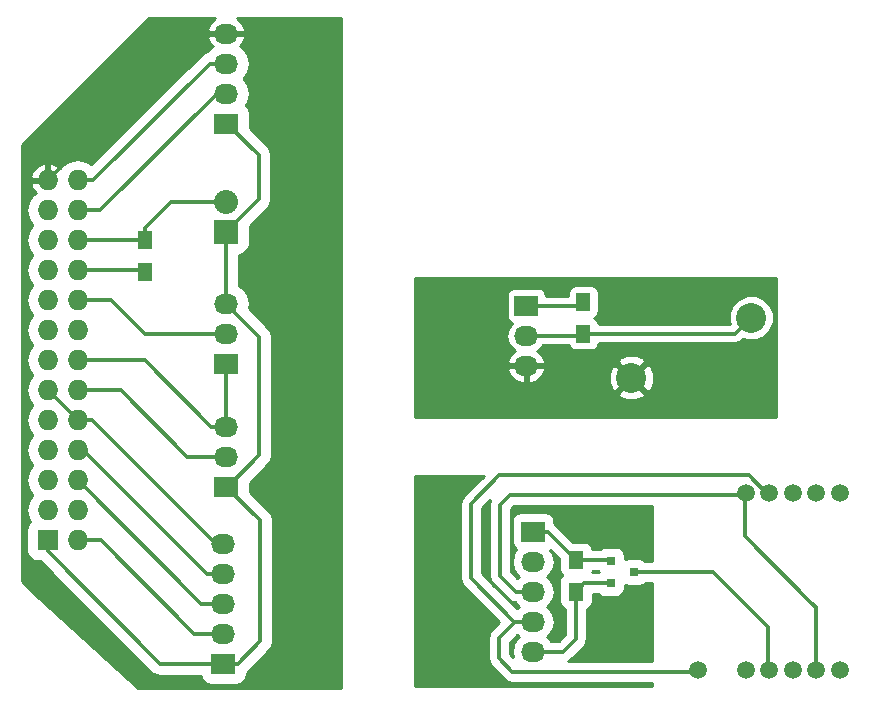
<source format=gbr>
G04 #@! TF.FileFunction,Copper,L2,Bot,Signal*
%FSLAX46Y46*%
G04 Gerber Fmt 4.6, Leading zero omitted, Abs format (unit mm)*
G04 Created by KiCad (PCBNEW 4.0.2+dfsg1-stable) date Sat 24 Dec 2016 02:51:14 PM EST*
%MOMM*%
G01*
G04 APERTURE LIST*
%ADD10C,0.100000*%
%ADD11R,2.032000X1.727200*%
%ADD12O,2.032000X1.727200*%
%ADD13R,1.727200X1.727200*%
%ADD14O,1.727200X1.727200*%
%ADD15R,0.800100X0.800100*%
%ADD16R,1.300000X1.500000*%
%ADD17C,2.540000*%
%ADD18R,2.032000X2.032000*%
%ADD19O,2.032000X2.032000*%
%ADD20C,1.500000*%
%ADD21C,0.300000*%
%ADD22C,0.254000*%
G04 APERTURE END LIST*
D10*
D11*
X126809500Y-87058500D03*
D12*
X126809500Y-84518500D03*
X126809500Y-81978500D03*
X126809500Y-79438500D03*
D11*
X126809500Y-107378500D03*
D12*
X126809500Y-104838500D03*
X126809500Y-102298500D03*
D13*
X111671100Y-122326400D03*
D14*
X114211100Y-122326400D03*
X111671100Y-119786400D03*
X114211100Y-119786400D03*
X111671100Y-117246400D03*
X114211100Y-117246400D03*
X111671100Y-114706400D03*
X114211100Y-114706400D03*
X111671100Y-112166400D03*
X114211100Y-112166400D03*
X111671100Y-109626400D03*
X114211100Y-109626400D03*
X111671100Y-107086400D03*
X114211100Y-107086400D03*
X111671100Y-104546400D03*
X114211100Y-104546400D03*
X111671100Y-102006400D03*
X114211100Y-102006400D03*
X111671100Y-99466400D03*
X114211100Y-99466400D03*
X111671100Y-96926400D03*
X114211100Y-96926400D03*
X111671100Y-94386400D03*
X114211100Y-94386400D03*
X111671100Y-91846400D03*
X114211100Y-91846400D03*
D11*
X126555500Y-132778500D03*
D12*
X126555500Y-130238500D03*
X126555500Y-127698500D03*
X126555500Y-125158500D03*
X126555500Y-122618500D03*
D11*
X126809500Y-117792500D03*
D12*
X126809500Y-115252500D03*
X126809500Y-112712500D03*
D11*
X152781000Y-121602500D03*
D12*
X152781000Y-124142500D03*
X152781000Y-126682500D03*
X152781000Y-129222500D03*
X152781000Y-131762500D03*
D11*
X152209500Y-102489000D03*
D12*
X152209500Y-105029000D03*
X152209500Y-107569000D03*
D15*
X159336740Y-125981500D03*
X159336740Y-124081500D03*
X161335720Y-125031500D03*
D16*
X156400500Y-123999000D03*
X156400500Y-126699000D03*
X157035500Y-104855000D03*
X157035500Y-102155000D03*
D17*
X171259500Y-103505000D03*
X161099500Y-108585000D03*
D16*
X119888000Y-99648000D03*
X119888000Y-96948000D03*
D18*
X126809500Y-96202500D03*
D19*
X126809500Y-93662500D03*
D20*
X178768500Y-133365500D03*
X176768500Y-133365500D03*
X174768500Y-133365500D03*
X172768500Y-133365500D03*
X170768500Y-133365500D03*
X166768500Y-133365500D03*
X178768500Y-118365500D03*
X176768500Y-118365500D03*
X174768500Y-118365500D03*
X172768500Y-118365500D03*
X170768500Y-118365500D03*
D21*
X114211100Y-122326400D02*
X116166900Y-122326400D01*
X124079000Y-130238500D02*
X126555500Y-130238500D01*
X116166900Y-122326400D02*
X124079000Y-130238500D01*
X126809500Y-96202500D02*
X126809500Y-102298500D01*
X126809500Y-117792500D02*
X126936500Y-117792500D01*
X126936500Y-117792500D02*
X129603500Y-115125500D01*
X129603500Y-115125500D02*
X129603500Y-105092500D01*
X129603500Y-105092500D02*
X126809500Y-102298500D01*
X126809500Y-87058500D02*
X126873000Y-87058500D01*
X126873000Y-87058500D02*
X129540000Y-89725500D01*
X129540000Y-89725500D02*
X129540000Y-93472000D01*
X129540000Y-93472000D02*
X126809500Y-96202500D01*
X126555500Y-132778500D02*
X127762000Y-132778500D01*
X129667000Y-120650000D02*
X126809500Y-117792500D01*
X129667000Y-130873500D02*
X129667000Y-120650000D01*
X127762000Y-132778500D02*
X129667000Y-130873500D01*
X111671100Y-122326400D02*
X111671100Y-123228100D01*
X121221500Y-132778500D02*
X126555500Y-132778500D01*
X111671100Y-123228100D02*
X121221500Y-132778500D01*
X111671100Y-122326400D02*
X111671100Y-122847100D01*
X114211100Y-117246400D02*
X114211100Y-117259100D01*
X114211100Y-117259100D02*
X124650500Y-127698500D01*
X124650500Y-127698500D02*
X126555500Y-127698500D01*
X114211100Y-112166400D02*
X115468400Y-112166400D01*
X115468400Y-112166400D02*
X125920500Y-122618500D01*
X125920500Y-122618500D02*
X126555500Y-122618500D01*
X114211100Y-112166400D02*
X114960400Y-112166400D01*
X111671100Y-109626400D02*
X114211100Y-112166400D01*
X126809500Y-79438500D02*
X124079000Y-79438500D01*
X124079000Y-79438500D02*
X111671100Y-91846400D01*
X114211100Y-109626400D02*
X117881400Y-109626400D01*
X123507500Y-115252500D02*
X126809500Y-115252500D01*
X117881400Y-109626400D02*
X123507500Y-115252500D01*
X114211100Y-109626400D02*
X114655600Y-109626400D01*
X114211100Y-109626400D02*
X114401600Y-109626400D01*
X126809500Y-84518500D02*
X125984000Y-84518500D01*
X125984000Y-84518500D02*
X116116100Y-94386400D01*
X116116100Y-94386400D02*
X114211100Y-94386400D01*
X114211100Y-91846400D02*
X115544600Y-91846400D01*
X125412500Y-81978500D02*
X126809500Y-81978500D01*
X115544600Y-91846400D02*
X125412500Y-81978500D01*
X114211100Y-91846400D02*
X114211100Y-91782900D01*
X156400500Y-126699000D02*
X156400500Y-130683000D01*
X155321000Y-131762500D02*
X152781000Y-131762500D01*
X156400500Y-130683000D02*
X155321000Y-131762500D01*
X159336740Y-125981500D02*
X157118000Y-125981500D01*
X157118000Y-125981500D02*
X156400500Y-126699000D01*
X152781000Y-126682500D02*
X151320500Y-126682500D01*
X151320500Y-126682500D02*
X149987000Y-125349000D01*
X149987000Y-125349000D02*
X149987000Y-119316500D01*
X149987000Y-119316500D02*
X150811000Y-118492500D01*
X150811000Y-118492500D02*
X170705000Y-118492500D01*
X176705000Y-133492500D02*
X176705000Y-128000500D01*
X170705000Y-122000500D02*
X170705000Y-118492500D01*
X176705000Y-128000500D02*
X176339500Y-127635000D01*
X176339500Y-127635000D02*
X170705000Y-122000500D01*
X152781000Y-129222500D02*
X151257000Y-129222500D01*
X151018500Y-133492500D02*
X166705000Y-133492500D01*
X149860000Y-132334000D02*
X151018500Y-133492500D01*
X149860000Y-130619500D02*
X149860000Y-132334000D01*
X151257000Y-129222500D02*
X149860000Y-130619500D01*
X152781000Y-129222500D02*
X151193500Y-129222500D01*
X171052500Y-116840000D02*
X172705000Y-118492500D01*
X149923500Y-116840000D02*
X171052500Y-116840000D01*
X147510500Y-119253000D02*
X149923500Y-116840000D01*
X147510500Y-125539500D02*
X147510500Y-119253000D01*
X151193500Y-129222500D02*
X147510500Y-125539500D01*
X166687500Y-133475000D02*
X166705000Y-133492500D01*
X152209500Y-102489000D02*
X156701500Y-102489000D01*
X156701500Y-102489000D02*
X157035500Y-102155000D01*
X157035500Y-104855000D02*
X169909500Y-104855000D01*
X169909500Y-104855000D02*
X171259500Y-103505000D01*
X152209500Y-105029000D02*
X156861500Y-105029000D01*
X156861500Y-105029000D02*
X157035500Y-104855000D01*
X152209500Y-107569000D02*
X160083500Y-107569000D01*
X160083500Y-107569000D02*
X161099500Y-108585000D01*
X126809500Y-104838500D02*
X119888000Y-104838500D01*
X117055900Y-102006400D02*
X114211100Y-102006400D01*
X119888000Y-104838500D02*
X117055900Y-102006400D01*
X119888000Y-96948000D02*
X119888000Y-95885000D01*
X122110500Y-93662500D02*
X126809500Y-93662500D01*
X119888000Y-95885000D02*
X122110500Y-93662500D01*
X114211100Y-96926400D02*
X119866400Y-96926400D01*
X119866400Y-96926400D02*
X119888000Y-96948000D01*
X114486700Y-97202000D02*
X114211100Y-96926400D01*
X114211100Y-96926400D02*
X114401600Y-96926400D01*
X114211100Y-96926400D02*
X114211100Y-96862900D01*
X126809500Y-107378500D02*
X126809500Y-112712500D01*
X126809500Y-107378500D02*
X127444500Y-107378500D01*
X126809500Y-112712500D02*
X125539500Y-112712500D01*
X125539500Y-112712500D02*
X119913400Y-107086400D01*
X119913400Y-107086400D02*
X114211100Y-107086400D01*
X114211100Y-99466400D02*
X119706400Y-99466400D01*
X119706400Y-99466400D02*
X119888000Y-99648000D01*
X114211100Y-114706400D02*
X114706400Y-114706400D01*
X114706400Y-114706400D02*
X125158500Y-125158500D01*
X125158500Y-125158500D02*
X126555500Y-125158500D01*
X172705000Y-133492500D02*
X172705000Y-129715500D01*
X172705000Y-129715500D02*
X168021000Y-125031500D01*
X168021000Y-125031500D02*
X161335720Y-125031500D01*
X156400500Y-123999000D02*
X159254240Y-123999000D01*
X159254240Y-123999000D02*
X159336740Y-124081500D01*
X152781000Y-121602500D02*
X154004000Y-121602500D01*
X154004000Y-121602500D02*
X156400500Y-123999000D01*
D22*
G36*
X173343500Y-100151000D02*
X142759500Y-100151000D01*
X142759500Y-105029000D01*
X150526155Y-105029000D01*
X150640229Y-104455511D01*
X150965085Y-103969330D01*
X150979413Y-103959757D01*
X150958183Y-103955762D01*
X150742059Y-103816690D01*
X150597069Y-103604490D01*
X150546060Y-103352600D01*
X150546060Y-101625400D01*
X150590338Y-101390083D01*
X150729410Y-101173959D01*
X150941610Y-101028969D01*
X151193500Y-100977960D01*
X153225500Y-100977960D01*
X153460817Y-101022238D01*
X153676941Y-101161310D01*
X153821931Y-101373510D01*
X153872940Y-101625400D01*
X153872940Y-101704000D01*
X155738060Y-101704000D01*
X155738060Y-101405000D01*
X155782338Y-101169683D01*
X155921410Y-100953559D01*
X156133610Y-100808569D01*
X156385500Y-100757560D01*
X157685500Y-100757560D01*
X157920817Y-100801838D01*
X158136941Y-100940910D01*
X158281931Y-101153110D01*
X158332940Y-101405000D01*
X158332940Y-102905000D01*
X158288662Y-103140317D01*
X158149590Y-103356441D01*
X157937390Y-103501431D01*
X157924303Y-103504081D01*
X158136941Y-103640910D01*
X158281931Y-103853110D01*
X158325852Y-104070000D01*
X169431405Y-104070000D01*
X169354832Y-103885590D01*
X169354170Y-103127735D01*
X169643578Y-102427314D01*
X170178995Y-101890961D01*
X170878910Y-101600332D01*
X171636765Y-101599670D01*
X172337186Y-101889078D01*
X172873539Y-102424495D01*
X173164168Y-103124410D01*
X173164830Y-103882265D01*
X172875422Y-104582686D01*
X172340005Y-105119039D01*
X171640090Y-105409668D01*
X170882235Y-105410330D01*
X170586516Y-105288142D01*
X170464579Y-105410079D01*
X170209907Y-105580245D01*
X169909500Y-105640000D01*
X158326354Y-105640000D01*
X158288662Y-105840317D01*
X158149590Y-106056441D01*
X157937390Y-106201431D01*
X157685500Y-106252440D01*
X156385500Y-106252440D01*
X156150183Y-106208162D01*
X155934059Y-106069090D01*
X155789069Y-105856890D01*
X155780384Y-105814000D01*
X153637444Y-105814000D01*
X153453915Y-106088670D01*
X153144431Y-106295461D01*
X153560232Y-106666964D01*
X153814209Y-107194209D01*
X153816858Y-107209974D01*
X153802632Y-107237223D01*
X159931328Y-107237223D01*
X160063020Y-106942343D01*
X160770536Y-106670739D01*
X161528132Y-106690564D01*
X162135980Y-106942343D01*
X162267672Y-107237223D01*
X161099500Y-108405395D01*
X159931328Y-107237223D01*
X153802632Y-107237223D01*
X153695717Y-107442000D01*
X152336500Y-107442000D01*
X152336500Y-107422000D01*
X152082500Y-107422000D01*
X152082500Y-107442000D01*
X150723283Y-107442000D01*
X150602142Y-107209974D01*
X150604791Y-107194209D01*
X150858768Y-106666964D01*
X151274569Y-106295461D01*
X150965085Y-106088670D01*
X150640229Y-105602489D01*
X150526155Y-105029000D01*
X142759500Y-105029000D01*
X142759500Y-107928026D01*
X150602142Y-107928026D01*
X150723283Y-107696000D01*
X152082500Y-107696000D01*
X152082500Y-108909924D01*
X152336500Y-108909924D01*
X152336500Y-107696000D01*
X153695717Y-107696000D01*
X153816858Y-107928026D01*
X153814209Y-107943791D01*
X153560232Y-108471036D01*
X153123820Y-108860954D01*
X152972275Y-108913964D01*
X159185239Y-108913964D01*
X159205064Y-108156368D01*
X159456843Y-107548520D01*
X159751723Y-107416828D01*
X160919895Y-108585000D01*
X161279105Y-108585000D01*
X162447277Y-107416828D01*
X162742157Y-107548520D01*
X163013761Y-108256036D01*
X162993936Y-109013632D01*
X162742157Y-109621480D01*
X162447277Y-109753172D01*
X161279105Y-108585000D01*
X160919895Y-108585000D01*
X159751723Y-109753172D01*
X159456843Y-109621480D01*
X159185239Y-108913964D01*
X152972275Y-108913964D01*
X152571413Y-109054184D01*
X152336500Y-108909924D01*
X152082500Y-108909924D01*
X151847587Y-109054184D01*
X151295180Y-108860954D01*
X150858768Y-108471036D01*
X150604791Y-107943791D01*
X150602142Y-107928026D01*
X142759500Y-107928026D01*
X142759500Y-109932777D01*
X159931328Y-109932777D01*
X161099500Y-108764605D01*
X162267672Y-109932777D01*
X162135980Y-110227657D01*
X161428464Y-110499261D01*
X160670868Y-110479436D01*
X160063020Y-110227657D01*
X159931328Y-109932777D01*
X142759500Y-109932777D01*
X142759500Y-111939000D01*
X173343500Y-111939000D01*
X173343500Y-100151000D01*
X173343500Y-100151000D01*
G37*
X173343500Y-100151000D02*
X142759500Y-100151000D01*
X142759500Y-105029000D01*
X150526155Y-105029000D01*
X150640229Y-104455511D01*
X150965085Y-103969330D01*
X150979413Y-103959757D01*
X150958183Y-103955762D01*
X150742059Y-103816690D01*
X150597069Y-103604490D01*
X150546060Y-103352600D01*
X150546060Y-101625400D01*
X150590338Y-101390083D01*
X150729410Y-101173959D01*
X150941610Y-101028969D01*
X151193500Y-100977960D01*
X153225500Y-100977960D01*
X153460817Y-101022238D01*
X153676941Y-101161310D01*
X153821931Y-101373510D01*
X153872940Y-101625400D01*
X153872940Y-101704000D01*
X155738060Y-101704000D01*
X155738060Y-101405000D01*
X155782338Y-101169683D01*
X155921410Y-100953559D01*
X156133610Y-100808569D01*
X156385500Y-100757560D01*
X157685500Y-100757560D01*
X157920817Y-100801838D01*
X158136941Y-100940910D01*
X158281931Y-101153110D01*
X158332940Y-101405000D01*
X158332940Y-102905000D01*
X158288662Y-103140317D01*
X158149590Y-103356441D01*
X157937390Y-103501431D01*
X157924303Y-103504081D01*
X158136941Y-103640910D01*
X158281931Y-103853110D01*
X158325852Y-104070000D01*
X169431405Y-104070000D01*
X169354832Y-103885590D01*
X169354170Y-103127735D01*
X169643578Y-102427314D01*
X170178995Y-101890961D01*
X170878910Y-101600332D01*
X171636765Y-101599670D01*
X172337186Y-101889078D01*
X172873539Y-102424495D01*
X173164168Y-103124410D01*
X173164830Y-103882265D01*
X172875422Y-104582686D01*
X172340005Y-105119039D01*
X171640090Y-105409668D01*
X170882235Y-105410330D01*
X170586516Y-105288142D01*
X170464579Y-105410079D01*
X170209907Y-105580245D01*
X169909500Y-105640000D01*
X158326354Y-105640000D01*
X158288662Y-105840317D01*
X158149590Y-106056441D01*
X157937390Y-106201431D01*
X157685500Y-106252440D01*
X156385500Y-106252440D01*
X156150183Y-106208162D01*
X155934059Y-106069090D01*
X155789069Y-105856890D01*
X155780384Y-105814000D01*
X153637444Y-105814000D01*
X153453915Y-106088670D01*
X153144431Y-106295461D01*
X153560232Y-106666964D01*
X153814209Y-107194209D01*
X153816858Y-107209974D01*
X153802632Y-107237223D01*
X159931328Y-107237223D01*
X160063020Y-106942343D01*
X160770536Y-106670739D01*
X161528132Y-106690564D01*
X162135980Y-106942343D01*
X162267672Y-107237223D01*
X161099500Y-108405395D01*
X159931328Y-107237223D01*
X153802632Y-107237223D01*
X153695717Y-107442000D01*
X152336500Y-107442000D01*
X152336500Y-107422000D01*
X152082500Y-107422000D01*
X152082500Y-107442000D01*
X150723283Y-107442000D01*
X150602142Y-107209974D01*
X150604791Y-107194209D01*
X150858768Y-106666964D01*
X151274569Y-106295461D01*
X150965085Y-106088670D01*
X150640229Y-105602489D01*
X150526155Y-105029000D01*
X142759500Y-105029000D01*
X142759500Y-107928026D01*
X150602142Y-107928026D01*
X150723283Y-107696000D01*
X152082500Y-107696000D01*
X152082500Y-108909924D01*
X152336500Y-108909924D01*
X152336500Y-107696000D01*
X153695717Y-107696000D01*
X153816858Y-107928026D01*
X153814209Y-107943791D01*
X153560232Y-108471036D01*
X153123820Y-108860954D01*
X152972275Y-108913964D01*
X159185239Y-108913964D01*
X159205064Y-108156368D01*
X159456843Y-107548520D01*
X159751723Y-107416828D01*
X160919895Y-108585000D01*
X161279105Y-108585000D01*
X162447277Y-107416828D01*
X162742157Y-107548520D01*
X163013761Y-108256036D01*
X162993936Y-109013632D01*
X162742157Y-109621480D01*
X162447277Y-109753172D01*
X161279105Y-108585000D01*
X160919895Y-108585000D01*
X159751723Y-109753172D01*
X159456843Y-109621480D01*
X159185239Y-108913964D01*
X152972275Y-108913964D01*
X152571413Y-109054184D01*
X152336500Y-108909924D01*
X152082500Y-108909924D01*
X151847587Y-109054184D01*
X151295180Y-108860954D01*
X150858768Y-108471036D01*
X150604791Y-107943791D01*
X150602142Y-107928026D01*
X142759500Y-107928026D01*
X142759500Y-109932777D01*
X159931328Y-109932777D01*
X161099500Y-108764605D01*
X162267672Y-109932777D01*
X162135980Y-110227657D01*
X161428464Y-110499261D01*
X160670868Y-110479436D01*
X160063020Y-110227657D01*
X159931328Y-109932777D01*
X142759500Y-109932777D01*
X142759500Y-111939000D01*
X173343500Y-111939000D01*
X173343500Y-100151000D01*
G36*
X136475500Y-78154500D02*
X127732722Y-78154500D01*
X128160232Y-78536464D01*
X128414209Y-79063709D01*
X128416858Y-79079474D01*
X128295717Y-79311500D01*
X126936500Y-79311500D01*
X126936500Y-79291500D01*
X126682500Y-79291500D01*
X126682500Y-79311500D01*
X125323283Y-79311500D01*
X125202142Y-79079474D01*
X125204791Y-79063709D01*
X125458768Y-78536464D01*
X125886278Y-78154500D01*
X120239542Y-78154500D01*
X109579987Y-88814055D01*
X109523500Y-88875194D01*
X109523500Y-91487374D01*
X110216142Y-91487374D01*
X110388412Y-91071453D01*
X110782610Y-90639579D01*
X111312073Y-90391432D01*
X111544100Y-90511931D01*
X111544100Y-91719400D01*
X110337283Y-91719400D01*
X110216142Y-91487374D01*
X109523500Y-91487374D01*
X109523500Y-119786400D01*
X109845420Y-119786400D01*
X109981721Y-119101167D01*
X110369875Y-118520255D01*
X110375644Y-118516400D01*
X110369875Y-118512545D01*
X109981721Y-117931633D01*
X109845420Y-117246400D01*
X109981721Y-116561167D01*
X110369875Y-115980255D01*
X110375644Y-115976400D01*
X110369875Y-115972545D01*
X109981721Y-115391633D01*
X109845420Y-114706400D01*
X109981721Y-114021167D01*
X110369875Y-113440255D01*
X110375644Y-113436400D01*
X110369875Y-113432545D01*
X109981721Y-112851633D01*
X109845420Y-112166400D01*
X109981721Y-111481167D01*
X110369875Y-110900255D01*
X110375644Y-110896400D01*
X110369875Y-110892545D01*
X109981721Y-110311633D01*
X109845420Y-109626400D01*
X109981721Y-108941167D01*
X110369875Y-108360255D01*
X110375644Y-108356400D01*
X110369875Y-108352545D01*
X109981721Y-107771633D01*
X109845420Y-107086400D01*
X109981721Y-106401167D01*
X110369875Y-105820255D01*
X110375644Y-105816400D01*
X110369875Y-105812545D01*
X109981721Y-105231633D01*
X109845420Y-104546400D01*
X109981721Y-103861167D01*
X110369875Y-103280255D01*
X110375644Y-103276400D01*
X110369875Y-103272545D01*
X109981721Y-102691633D01*
X109845420Y-102006400D01*
X109981721Y-101321167D01*
X110369875Y-100740255D01*
X110375644Y-100736400D01*
X110369875Y-100732545D01*
X109981721Y-100151633D01*
X109845420Y-99466400D01*
X109981721Y-98781167D01*
X110369875Y-98200255D01*
X110375644Y-98196400D01*
X110369875Y-98192545D01*
X109981721Y-97611633D01*
X109845420Y-96926400D01*
X109981721Y-96241167D01*
X110369875Y-95660255D01*
X110375644Y-95656400D01*
X110369875Y-95652545D01*
X109981721Y-95071633D01*
X109845420Y-94386400D01*
X109981721Y-93701167D01*
X110369875Y-93120255D01*
X110664256Y-92923555D01*
X110388412Y-92621347D01*
X110216142Y-92205426D01*
X110337283Y-91973400D01*
X111544100Y-91973400D01*
X111544100Y-91993400D01*
X111798100Y-91993400D01*
X111798100Y-91973400D01*
X111818100Y-91973400D01*
X111818100Y-91719400D01*
X111798100Y-91719400D01*
X111798100Y-90511931D01*
X112030127Y-90391432D01*
X112559590Y-90639579D01*
X112738942Y-90836073D01*
X112909875Y-90580255D01*
X113490787Y-90192101D01*
X114176020Y-90055800D01*
X114246180Y-90055800D01*
X114931413Y-90192101D01*
X115377635Y-90490257D01*
X124650946Y-81216946D01*
X125000350Y-80983482D01*
X125197996Y-80944168D01*
X125352889Y-80712355D01*
X125651560Y-80512789D01*
X125458768Y-80340536D01*
X125204791Y-79813291D01*
X125202142Y-79797526D01*
X125323283Y-79565500D01*
X126682500Y-79565500D01*
X126682500Y-79585500D01*
X126936500Y-79585500D01*
X126936500Y-79565500D01*
X128295717Y-79565500D01*
X128416858Y-79797526D01*
X128414209Y-79813291D01*
X128160232Y-80340536D01*
X127967440Y-80512789D01*
X128266111Y-80712355D01*
X128654265Y-81293267D01*
X128790566Y-81978500D01*
X128654265Y-82663733D01*
X128266111Y-83244645D01*
X128260342Y-83248500D01*
X128266111Y-83252355D01*
X128654265Y-83833267D01*
X128790566Y-84518500D01*
X128654265Y-85203733D01*
X128456662Y-85499466D01*
X128484533Y-85517401D01*
X128696196Y-85827179D01*
X128770661Y-86194900D01*
X128770661Y-87433053D01*
X130301554Y-88963946D01*
X130535018Y-89313350D01*
X130617000Y-89725500D01*
X130617000Y-93472000D01*
X130535018Y-93884150D01*
X130301554Y-94233554D01*
X128770661Y-95764447D01*
X128770661Y-97218500D01*
X128706022Y-97562026D01*
X128502999Y-97877533D01*
X128193221Y-98089196D01*
X127886500Y-98151308D01*
X127886500Y-100778706D01*
X128266111Y-101032355D01*
X128654265Y-101613267D01*
X128790566Y-102298500D01*
X128714586Y-102680478D01*
X130365054Y-104330946D01*
X130598518Y-104680350D01*
X130680500Y-105092500D01*
X130680500Y-115125500D01*
X130598518Y-115537650D01*
X130365054Y-115887054D01*
X128770661Y-117481447D01*
X128770661Y-118230553D01*
X130428554Y-119888446D01*
X130662018Y-120237850D01*
X130744000Y-120650000D01*
X130744000Y-130873500D01*
X130662018Y-131285650D01*
X130428554Y-131635054D01*
X128523554Y-133540054D01*
X128516661Y-133544660D01*
X128516661Y-133642100D01*
X128452022Y-133985626D01*
X128248999Y-134301133D01*
X127939221Y-134512796D01*
X127571500Y-134587261D01*
X125539500Y-134587261D01*
X125195974Y-134522622D01*
X124880467Y-134319599D01*
X124668804Y-134009821D01*
X124637553Y-133855500D01*
X121221500Y-133855500D01*
X120809350Y-133773518D01*
X120459946Y-133540054D01*
X111055053Y-124135161D01*
X110807500Y-124135161D01*
X110463974Y-124070522D01*
X110148467Y-123867499D01*
X109936804Y-123557721D01*
X109862339Y-123190000D01*
X109862339Y-121462800D01*
X109926978Y-121119274D01*
X110130001Y-120803767D01*
X110180563Y-120769220D01*
X109981721Y-120471633D01*
X109845420Y-119786400D01*
X109523500Y-119786400D01*
X109523500Y-125822958D01*
X110858662Y-127158120D01*
X119321549Y-134824500D01*
X136475500Y-134824500D01*
X136475500Y-78154500D01*
X136475500Y-78154500D01*
G37*
X136475500Y-78154500D02*
X127732722Y-78154500D01*
X128160232Y-78536464D01*
X128414209Y-79063709D01*
X128416858Y-79079474D01*
X128295717Y-79311500D01*
X126936500Y-79311500D01*
X126936500Y-79291500D01*
X126682500Y-79291500D01*
X126682500Y-79311500D01*
X125323283Y-79311500D01*
X125202142Y-79079474D01*
X125204791Y-79063709D01*
X125458768Y-78536464D01*
X125886278Y-78154500D01*
X120239542Y-78154500D01*
X109579987Y-88814055D01*
X109523500Y-88875194D01*
X109523500Y-91487374D01*
X110216142Y-91487374D01*
X110388412Y-91071453D01*
X110782610Y-90639579D01*
X111312073Y-90391432D01*
X111544100Y-90511931D01*
X111544100Y-91719400D01*
X110337283Y-91719400D01*
X110216142Y-91487374D01*
X109523500Y-91487374D01*
X109523500Y-119786400D01*
X109845420Y-119786400D01*
X109981721Y-119101167D01*
X110369875Y-118520255D01*
X110375644Y-118516400D01*
X110369875Y-118512545D01*
X109981721Y-117931633D01*
X109845420Y-117246400D01*
X109981721Y-116561167D01*
X110369875Y-115980255D01*
X110375644Y-115976400D01*
X110369875Y-115972545D01*
X109981721Y-115391633D01*
X109845420Y-114706400D01*
X109981721Y-114021167D01*
X110369875Y-113440255D01*
X110375644Y-113436400D01*
X110369875Y-113432545D01*
X109981721Y-112851633D01*
X109845420Y-112166400D01*
X109981721Y-111481167D01*
X110369875Y-110900255D01*
X110375644Y-110896400D01*
X110369875Y-110892545D01*
X109981721Y-110311633D01*
X109845420Y-109626400D01*
X109981721Y-108941167D01*
X110369875Y-108360255D01*
X110375644Y-108356400D01*
X110369875Y-108352545D01*
X109981721Y-107771633D01*
X109845420Y-107086400D01*
X109981721Y-106401167D01*
X110369875Y-105820255D01*
X110375644Y-105816400D01*
X110369875Y-105812545D01*
X109981721Y-105231633D01*
X109845420Y-104546400D01*
X109981721Y-103861167D01*
X110369875Y-103280255D01*
X110375644Y-103276400D01*
X110369875Y-103272545D01*
X109981721Y-102691633D01*
X109845420Y-102006400D01*
X109981721Y-101321167D01*
X110369875Y-100740255D01*
X110375644Y-100736400D01*
X110369875Y-100732545D01*
X109981721Y-100151633D01*
X109845420Y-99466400D01*
X109981721Y-98781167D01*
X110369875Y-98200255D01*
X110375644Y-98196400D01*
X110369875Y-98192545D01*
X109981721Y-97611633D01*
X109845420Y-96926400D01*
X109981721Y-96241167D01*
X110369875Y-95660255D01*
X110375644Y-95656400D01*
X110369875Y-95652545D01*
X109981721Y-95071633D01*
X109845420Y-94386400D01*
X109981721Y-93701167D01*
X110369875Y-93120255D01*
X110664256Y-92923555D01*
X110388412Y-92621347D01*
X110216142Y-92205426D01*
X110337283Y-91973400D01*
X111544100Y-91973400D01*
X111544100Y-91993400D01*
X111798100Y-91993400D01*
X111798100Y-91973400D01*
X111818100Y-91973400D01*
X111818100Y-91719400D01*
X111798100Y-91719400D01*
X111798100Y-90511931D01*
X112030127Y-90391432D01*
X112559590Y-90639579D01*
X112738942Y-90836073D01*
X112909875Y-90580255D01*
X113490787Y-90192101D01*
X114176020Y-90055800D01*
X114246180Y-90055800D01*
X114931413Y-90192101D01*
X115377635Y-90490257D01*
X124650946Y-81216946D01*
X125000350Y-80983482D01*
X125197996Y-80944168D01*
X125352889Y-80712355D01*
X125651560Y-80512789D01*
X125458768Y-80340536D01*
X125204791Y-79813291D01*
X125202142Y-79797526D01*
X125323283Y-79565500D01*
X126682500Y-79565500D01*
X126682500Y-79585500D01*
X126936500Y-79585500D01*
X126936500Y-79565500D01*
X128295717Y-79565500D01*
X128416858Y-79797526D01*
X128414209Y-79813291D01*
X128160232Y-80340536D01*
X127967440Y-80512789D01*
X128266111Y-80712355D01*
X128654265Y-81293267D01*
X128790566Y-81978500D01*
X128654265Y-82663733D01*
X128266111Y-83244645D01*
X128260342Y-83248500D01*
X128266111Y-83252355D01*
X128654265Y-83833267D01*
X128790566Y-84518500D01*
X128654265Y-85203733D01*
X128456662Y-85499466D01*
X128484533Y-85517401D01*
X128696196Y-85827179D01*
X128770661Y-86194900D01*
X128770661Y-87433053D01*
X130301554Y-88963946D01*
X130535018Y-89313350D01*
X130617000Y-89725500D01*
X130617000Y-93472000D01*
X130535018Y-93884150D01*
X130301554Y-94233554D01*
X128770661Y-95764447D01*
X128770661Y-97218500D01*
X128706022Y-97562026D01*
X128502999Y-97877533D01*
X128193221Y-98089196D01*
X127886500Y-98151308D01*
X127886500Y-100778706D01*
X128266111Y-101032355D01*
X128654265Y-101613267D01*
X128790566Y-102298500D01*
X128714586Y-102680478D01*
X130365054Y-104330946D01*
X130598518Y-104680350D01*
X130680500Y-105092500D01*
X130680500Y-115125500D01*
X130598518Y-115537650D01*
X130365054Y-115887054D01*
X128770661Y-117481447D01*
X128770661Y-118230553D01*
X130428554Y-119888446D01*
X130662018Y-120237850D01*
X130744000Y-120650000D01*
X130744000Y-130873500D01*
X130662018Y-131285650D01*
X130428554Y-131635054D01*
X128523554Y-133540054D01*
X128516661Y-133544660D01*
X128516661Y-133642100D01*
X128452022Y-133985626D01*
X128248999Y-134301133D01*
X127939221Y-134512796D01*
X127571500Y-134587261D01*
X125539500Y-134587261D01*
X125195974Y-134522622D01*
X124880467Y-134319599D01*
X124668804Y-134009821D01*
X124637553Y-133855500D01*
X121221500Y-133855500D01*
X120809350Y-133773518D01*
X120459946Y-133540054D01*
X111055053Y-124135161D01*
X110807500Y-124135161D01*
X110463974Y-124070522D01*
X110148467Y-123867499D01*
X109936804Y-123557721D01*
X109862339Y-123190000D01*
X109862339Y-121462800D01*
X109926978Y-121119274D01*
X110130001Y-120803767D01*
X110180563Y-120769220D01*
X109981721Y-120471633D01*
X109845420Y-119786400D01*
X109523500Y-119786400D01*
X109523500Y-125822958D01*
X110858662Y-127158120D01*
X119321549Y-134824500D01*
X136475500Y-134824500D01*
X136475500Y-78154500D01*
G36*
X162814000Y-134419500D02*
X151018500Y-134419500D01*
X150663752Y-134348936D01*
X150366554Y-134150355D01*
X150363012Y-134147988D01*
X149204512Y-132989488D01*
X149003564Y-132688748D01*
X148933000Y-132334000D01*
X148933000Y-130619500D01*
X149003564Y-130264752D01*
X149162083Y-130027512D01*
X149204512Y-129964012D01*
X149914274Y-129254250D01*
X146855012Y-126194988D01*
X146654064Y-125894248D01*
X146583500Y-125539500D01*
X146583500Y-119253000D01*
X146654064Y-118898252D01*
X146812583Y-118661012D01*
X146855012Y-118597512D01*
X148586024Y-116866500D01*
X142748000Y-116866500D01*
X142748000Y-134720500D01*
X162814000Y-134720500D01*
X162814000Y-134419500D01*
X162814000Y-134419500D01*
G37*
X162814000Y-134419500D02*
X151018500Y-134419500D01*
X150663752Y-134348936D01*
X150366554Y-134150355D01*
X150363012Y-134147988D01*
X149204512Y-132989488D01*
X149003564Y-132688748D01*
X148933000Y-132334000D01*
X148933000Y-130619500D01*
X149003564Y-130264752D01*
X149162083Y-130027512D01*
X149204512Y-129964012D01*
X149914274Y-129254250D01*
X146855012Y-126194988D01*
X146654064Y-125894248D01*
X146583500Y-125539500D01*
X146583500Y-119253000D01*
X146654064Y-118898252D01*
X146812583Y-118661012D01*
X146855012Y-118597512D01*
X148586024Y-116866500D01*
X142748000Y-116866500D01*
X142748000Y-134720500D01*
X162814000Y-134720500D01*
X162814000Y-134419500D01*
G36*
X151433394Y-128062421D02*
X151597902Y-127952500D01*
X151433394Y-127842579D01*
X151271088Y-127599671D01*
X150965753Y-127538937D01*
X150665012Y-127337988D01*
X149331512Y-126004488D01*
X149130564Y-125703748D01*
X149060000Y-125349000D01*
X149060000Y-119316500D01*
X149130564Y-118961752D01*
X149166488Y-118907988D01*
X148437500Y-119636976D01*
X148437500Y-125155524D01*
X151397747Y-128115771D01*
X151433394Y-128062421D01*
X151433394Y-128062421D01*
G37*
X151433394Y-128062421D02*
X151597902Y-127952500D01*
X151433394Y-127842579D01*
X151271088Y-127599671D01*
X150965753Y-127538937D01*
X150665012Y-127337988D01*
X149331512Y-126004488D01*
X149130564Y-125703748D01*
X149060000Y-125349000D01*
X149060000Y-119316500D01*
X149130564Y-118961752D01*
X149166488Y-118907988D01*
X148437500Y-119636976D01*
X148437500Y-125155524D01*
X151397747Y-128115771D01*
X151433394Y-128062421D01*
G36*
X151597902Y-125412500D02*
X151433394Y-125302579D01*
X151077756Y-124770330D01*
X150952873Y-124142500D01*
X151077756Y-123514670D01*
X151342920Y-123117825D01*
X151212607Y-123033971D01*
X151035194Y-122774319D01*
X150972778Y-122466100D01*
X150972778Y-120738900D01*
X151026957Y-120450961D01*
X151197129Y-120186507D01*
X151456781Y-120009094D01*
X151765000Y-119946678D01*
X153797000Y-119946678D01*
X154084939Y-120000857D01*
X154349393Y-120171029D01*
X154526806Y-120430681D01*
X154589222Y-120738900D01*
X154589222Y-120900062D01*
X154659488Y-120947012D01*
X156169254Y-122456778D01*
X157050500Y-122456778D01*
X157338439Y-122510957D01*
X157602893Y-122681129D01*
X157780306Y-122940781D01*
X157806879Y-123072000D01*
X158452325Y-123072000D01*
X158628471Y-122951644D01*
X158936690Y-122889228D01*
X159736790Y-122889228D01*
X160024729Y-122943407D01*
X160289183Y-123113579D01*
X160466596Y-123373231D01*
X160529012Y-123681450D01*
X160529012Y-123968905D01*
X160627451Y-123901644D01*
X160935670Y-123839228D01*
X161735770Y-123839228D01*
X162023709Y-123893407D01*
X162288163Y-124063579D01*
X162316123Y-124104500D01*
X162814000Y-124104500D01*
X162814000Y-119419500D01*
X151194976Y-119419500D01*
X150914000Y-119700476D01*
X150914000Y-124965024D01*
X151456175Y-125507199D01*
X151597902Y-125412500D01*
X151597902Y-125412500D01*
G37*
X151597902Y-125412500D02*
X151433394Y-125302579D01*
X151077756Y-124770330D01*
X150952873Y-124142500D01*
X151077756Y-123514670D01*
X151342920Y-123117825D01*
X151212607Y-123033971D01*
X151035194Y-122774319D01*
X150972778Y-122466100D01*
X150972778Y-120738900D01*
X151026957Y-120450961D01*
X151197129Y-120186507D01*
X151456781Y-120009094D01*
X151765000Y-119946678D01*
X153797000Y-119946678D01*
X154084939Y-120000857D01*
X154349393Y-120171029D01*
X154526806Y-120430681D01*
X154589222Y-120738900D01*
X154589222Y-120900062D01*
X154659488Y-120947012D01*
X156169254Y-122456778D01*
X157050500Y-122456778D01*
X157338439Y-122510957D01*
X157602893Y-122681129D01*
X157780306Y-122940781D01*
X157806879Y-123072000D01*
X158452325Y-123072000D01*
X158628471Y-122951644D01*
X158936690Y-122889228D01*
X159736790Y-122889228D01*
X160024729Y-122943407D01*
X160289183Y-123113579D01*
X160466596Y-123373231D01*
X160529012Y-123681450D01*
X160529012Y-123968905D01*
X160627451Y-123901644D01*
X160935670Y-123839228D01*
X161735770Y-123839228D01*
X162023709Y-123893407D01*
X162288163Y-124063579D01*
X162316123Y-124104500D01*
X162814000Y-124104500D01*
X162814000Y-119419500D01*
X151194976Y-119419500D01*
X150914000Y-119700476D01*
X150914000Y-124965024D01*
X151456175Y-125507199D01*
X151597902Y-125412500D01*
G36*
X155473500Y-130299024D02*
X155473500Y-128189101D01*
X155462561Y-128187043D01*
X155198107Y-128016871D01*
X155020694Y-127757219D01*
X154958278Y-127449000D01*
X154958278Y-125949000D01*
X155012457Y-125661061D01*
X155182629Y-125396607D01*
X155250234Y-125350414D01*
X155198107Y-125316871D01*
X155020694Y-125057219D01*
X154958278Y-124749000D01*
X154958278Y-123867754D01*
X154240689Y-123150165D01*
X154484244Y-123514670D01*
X154609127Y-124142500D01*
X154484244Y-124770330D01*
X154128606Y-125302579D01*
X153964098Y-125412500D01*
X154128606Y-125522421D01*
X154484244Y-126054670D01*
X154609127Y-126682500D01*
X154484244Y-127310330D01*
X154128606Y-127842579D01*
X153964098Y-127952500D01*
X154128606Y-128062421D01*
X154484244Y-128594670D01*
X154609127Y-129222500D01*
X154484244Y-129850330D01*
X154128606Y-130382579D01*
X153964098Y-130492500D01*
X154128606Y-130602421D01*
X154284345Y-130835500D01*
X154937024Y-130835500D01*
X155473500Y-130299024D01*
X155473500Y-130299024D01*
G37*
X155473500Y-130299024D02*
X155473500Y-128189101D01*
X155462561Y-128187043D01*
X155198107Y-128016871D01*
X155020694Y-127757219D01*
X154958278Y-127449000D01*
X154958278Y-125949000D01*
X155012457Y-125661061D01*
X155182629Y-125396607D01*
X155250234Y-125350414D01*
X155198107Y-125316871D01*
X155020694Y-125057219D01*
X154958278Y-124749000D01*
X154958278Y-123867754D01*
X154240689Y-123150165D01*
X154484244Y-123514670D01*
X154609127Y-124142500D01*
X154484244Y-124770330D01*
X154128606Y-125302579D01*
X153964098Y-125412500D01*
X154128606Y-125522421D01*
X154484244Y-126054670D01*
X154609127Y-126682500D01*
X154484244Y-127310330D01*
X154128606Y-127842579D01*
X153964098Y-127952500D01*
X154128606Y-128062421D01*
X154484244Y-128594670D01*
X154609127Y-129222500D01*
X154484244Y-129850330D01*
X154128606Y-130382579D01*
X153964098Y-130492500D01*
X154128606Y-130602421D01*
X154284345Y-130835500D01*
X154937024Y-130835500D01*
X155473500Y-130299024D01*
G36*
X158368819Y-125029057D02*
X158369885Y-125028329D01*
X158299967Y-124926000D01*
X157809417Y-124926000D01*
X157788543Y-125036939D01*
X157777243Y-125054500D01*
X158352447Y-125054500D01*
X158368819Y-125029057D01*
X158368819Y-125029057D01*
G37*
X158368819Y-125029057D02*
X158369885Y-125028329D01*
X158299967Y-124926000D01*
X157809417Y-124926000D01*
X157788543Y-125036939D01*
X157777243Y-125054500D01*
X158352447Y-125054500D01*
X158368819Y-125029057D01*
G36*
X162814000Y-125958500D02*
X162320013Y-125958500D01*
X162303641Y-125983943D01*
X162043989Y-126161356D01*
X161735770Y-126223772D01*
X160935670Y-126223772D01*
X160647731Y-126169593D01*
X160529012Y-126093199D01*
X160529012Y-126381550D01*
X160474833Y-126669489D01*
X160304661Y-126933943D01*
X160045009Y-127111356D01*
X159736790Y-127173772D01*
X158936690Y-127173772D01*
X158648751Y-127119593D01*
X158384297Y-126949421D01*
X158356337Y-126908500D01*
X157842722Y-126908500D01*
X157842722Y-127449000D01*
X157788543Y-127736939D01*
X157618371Y-128001393D01*
X157358719Y-128178806D01*
X157327500Y-128185128D01*
X157327500Y-130683000D01*
X157283130Y-130906064D01*
X157256937Y-131037747D01*
X157055988Y-131338488D01*
X155976488Y-132417988D01*
X155755721Y-132565500D01*
X162814000Y-132565500D01*
X162814000Y-125958500D01*
X162814000Y-125958500D01*
G37*
X162814000Y-125958500D02*
X162320013Y-125958500D01*
X162303641Y-125983943D01*
X162043989Y-126161356D01*
X161735770Y-126223772D01*
X160935670Y-126223772D01*
X160647731Y-126169593D01*
X160529012Y-126093199D01*
X160529012Y-126381550D01*
X160474833Y-126669489D01*
X160304661Y-126933943D01*
X160045009Y-127111356D01*
X159736790Y-127173772D01*
X158936690Y-127173772D01*
X158648751Y-127119593D01*
X158384297Y-126949421D01*
X158356337Y-126908500D01*
X157842722Y-126908500D01*
X157842722Y-127449000D01*
X157788543Y-127736939D01*
X157618371Y-128001393D01*
X157358719Y-128178806D01*
X157327500Y-128185128D01*
X157327500Y-130683000D01*
X157283130Y-130906064D01*
X157256937Y-131037747D01*
X157055988Y-131338488D01*
X155976488Y-132417988D01*
X155755721Y-132565500D01*
X162814000Y-132565500D01*
X162814000Y-125958500D01*
G36*
X150952873Y-131762500D02*
X151077756Y-131134670D01*
X151433394Y-130602421D01*
X151597902Y-130492500D01*
X151433394Y-130382579D01*
X151423181Y-130367295D01*
X150787000Y-131003476D01*
X150787000Y-131950024D01*
X151040622Y-132203646D01*
X150952873Y-131762500D01*
X150952873Y-131762500D01*
G37*
X150952873Y-131762500D02*
X151077756Y-131134670D01*
X151433394Y-130602421D01*
X151597902Y-130492500D01*
X151433394Y-130382579D01*
X151423181Y-130367295D01*
X150787000Y-131003476D01*
X150787000Y-131950024D01*
X151040622Y-132203646D01*
X150952873Y-131762500D01*
M02*

</source>
